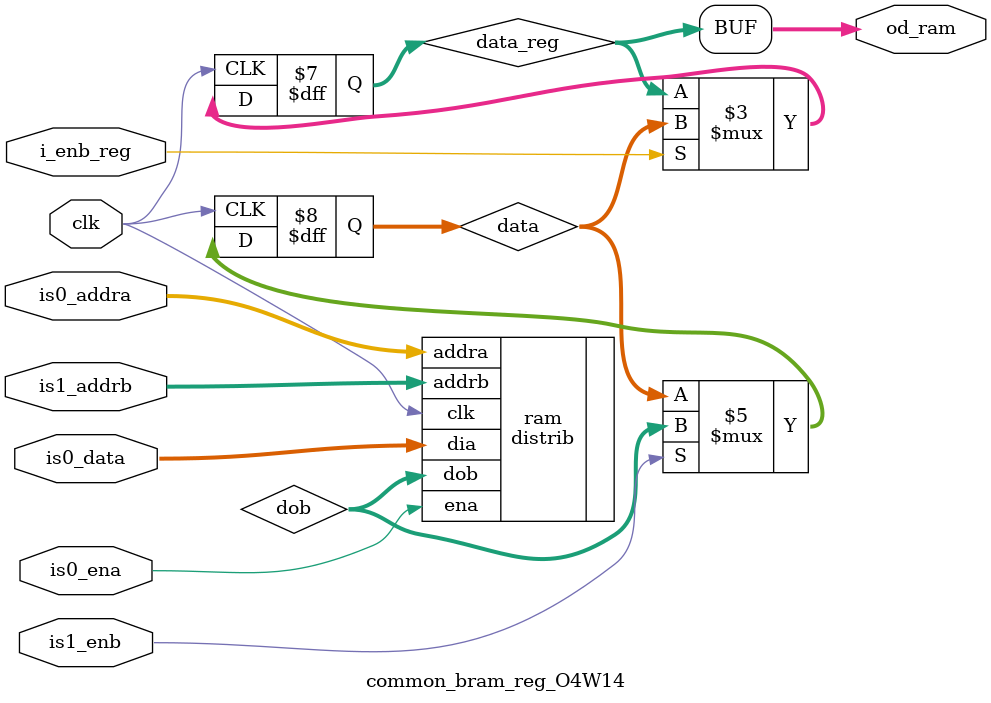
<source format=sv>
`timescale 100ps/100ps

(* keep_hierarchy = "yes" *) module common_bram_reg_O4W14 (
    input  bit clk,
    input  bit is0_ena,
    input  bit [3:0] is0_addra,
    input  bit [13:0] is0_data,
    input  bit is1_enb,
    input  bit [3:0] is1_addrb,
    input  bit i_enb_reg,
    output bit [13:0] od_ram
);


///////////////////////////////////////////////////////////
///////////////////////////////////////////////////////////
bit [13:0] data;
bit [13:0] data_reg;
bit [13:0] dob;

distrib #(
    .ORDER               (4),
    .WIDTH               (14))
ram (
    .clk                 (clk),
    .ena                 (is0_ena),
    .addra               (is0_addra),
    .dia                 (is0_data),
    .addrb               (is1_addrb),
    .dob                 (dob));


///////////////////////////////////////////////////////////
///////////////////////////////////////////////////////////
always_ff @(posedge clk)
begin
    if (is1_enb) begin
        data <= dob;
    end
end
always_ff @(posedge clk)
begin
    if (i_enb_reg) begin
        data_reg <= data;
    end
end
assign od_ram = data_reg;

endmodule
</source>
